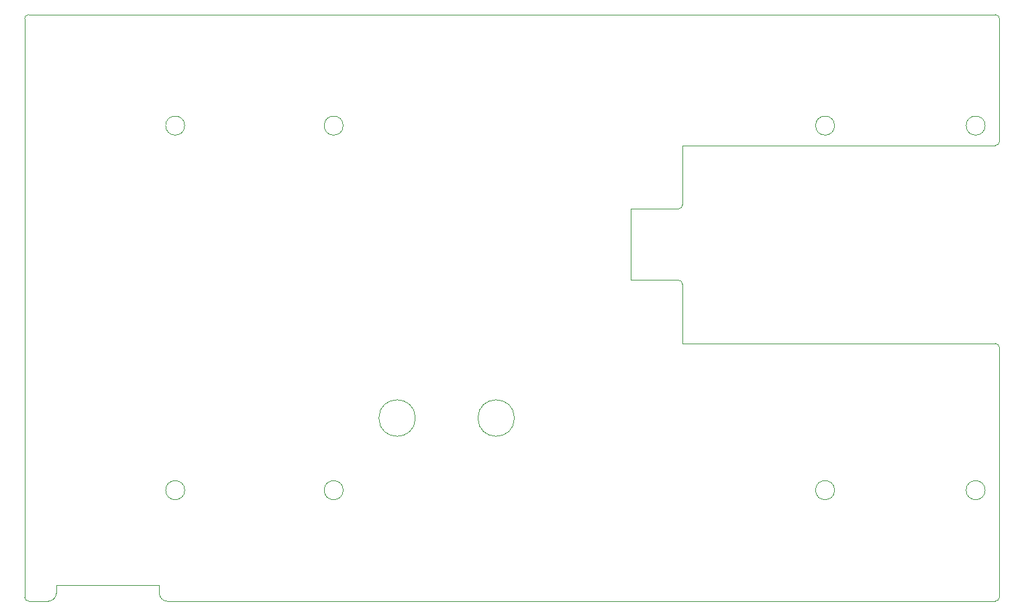
<source format=gm1>
G04 #@! TF.GenerationSoftware,KiCad,Pcbnew,(5.1.8)-1*
G04 #@! TF.CreationDate,2023-04-24T00:28:35+09:00*
G04 #@! TF.ProjectId,windsynth,77696e64-7379-46e7-9468-2e6b69636164,rev?*
G04 #@! TF.SameCoordinates,Original*
G04 #@! TF.FileFunction,Profile,NP*
%FSLAX46Y46*%
G04 Gerber Fmt 4.6, Leading zero omitted, Abs format (unit mm)*
G04 Created by KiCad (PCBNEW (5.1.8)-1) date 2023-04-24 00:28:35*
%MOMM*%
%LPD*%
G01*
G04 APERTURE LIST*
G04 #@! TA.AperFunction,Profile*
%ADD10C,0.050000*%
G04 #@! TD*
G04 APERTURE END LIST*
D10*
X184300000Y-105900000D02*
G75*
G03*
X184300000Y-105900000I-2300000J0D01*
G01*
X171800000Y-105900000D02*
G75*
G03*
X171800000Y-105900000I-2300000J0D01*
G01*
X224700000Y-115000000D02*
G75*
G03*
X224700000Y-115000000I-1200000J0D01*
G01*
X224700000Y-69000000D02*
G75*
G03*
X224700000Y-69000000I-1200000J0D01*
G01*
X142700000Y-115000000D02*
G75*
G03*
X142700000Y-115000000I-1200000J0D01*
G01*
X162700000Y-69000000D02*
G75*
G03*
X162700000Y-69000000I-1200000J0D01*
G01*
X142700000Y-69000000D02*
G75*
G03*
X142700000Y-69000000I-1200000J0D01*
G01*
X162700000Y-115000000D02*
G75*
G03*
X162700000Y-115000000I-1200000J0D01*
G01*
X243700000Y-115000000D02*
G75*
G03*
X243700000Y-115000000I-1200000J0D01*
G01*
X243700000Y-69000000D02*
G75*
G03*
X243700000Y-69000000I-1200000J0D01*
G01*
X245000000Y-55000000D02*
X123000000Y-55000000D01*
X245000000Y-55000000D02*
G75*
G02*
X245500000Y-55500000I0J-500000D01*
G01*
X245500000Y-71000000D02*
X245500000Y-55500000D01*
X245500000Y-71000000D02*
G75*
G02*
X245000000Y-71500000I-500000J0D01*
G01*
X205500000Y-71500000D02*
X245000000Y-71500000D01*
X205500000Y-79000000D02*
X205500000Y-71500000D01*
X205500000Y-79000000D02*
G75*
G02*
X205000000Y-79500000I-500000J0D01*
G01*
X205000000Y-88500000D02*
G75*
G02*
X205500000Y-89000000I0J-500000D01*
G01*
X205500000Y-96500000D02*
X205500000Y-89000000D01*
X245000000Y-96500000D02*
X205500000Y-96500000D01*
X245000000Y-96500000D02*
G75*
G02*
X245500000Y-97000000I0J-500000D01*
G01*
X245500000Y-128500000D02*
X245500000Y-97000000D01*
X245500000Y-128500000D02*
G75*
G02*
X245000000Y-129000000I-500000J0D01*
G01*
X199000000Y-88500000D02*
X205000000Y-88500000D01*
X199000000Y-79500000D02*
X199000000Y-88500000D01*
X205000000Y-79500000D02*
X199000000Y-79500000D01*
X125500000Y-129000000D02*
X123000000Y-129000000D01*
X126500000Y-128000000D02*
G75*
G02*
X125500000Y-129000000I-1000000J0D01*
G01*
X139500000Y-128000000D02*
X139500000Y-127000000D01*
X126500000Y-127000000D02*
X126500000Y-128000000D01*
X139500000Y-127000000D02*
X126500000Y-127000000D01*
X140500000Y-129000000D02*
G75*
G02*
X139500000Y-128000000I0J1000000D01*
G01*
X122500000Y-55500000D02*
X122500000Y-128500000D01*
X123000000Y-129000000D02*
G75*
G02*
X122500000Y-128500000I0J500000D01*
G01*
X122500000Y-55500000D02*
G75*
G02*
X123000000Y-55000000I500000J0D01*
G01*
X140500000Y-129000000D02*
X245000000Y-129000000D01*
M02*

</source>
